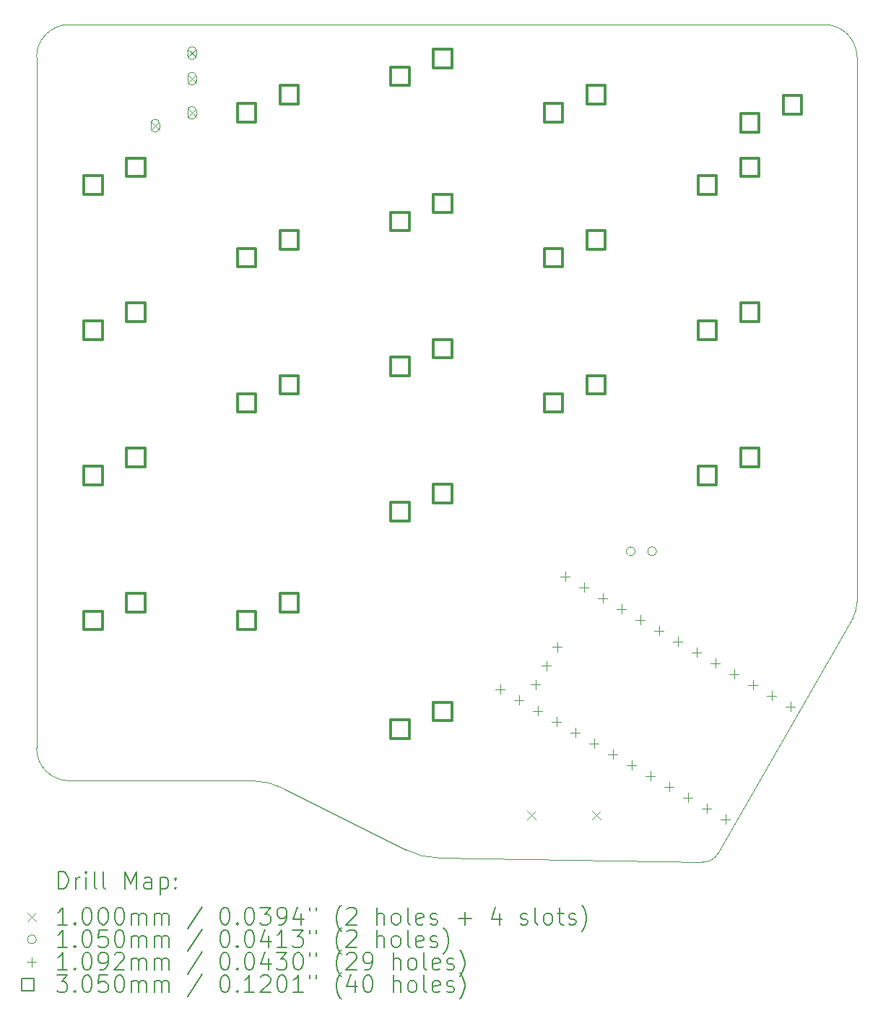
<source format=gbr>
%TF.GenerationSoftware,KiCad,Pcbnew,7.0.9-7.0.9~ubuntu22.04.1*%
%TF.CreationDate,2025-04-09T21:57:12+03:00*%
%TF.ProjectId,Keeb,4b656562-2e6b-4696-9361-645f70636258,rev?*%
%TF.SameCoordinates,Original*%
%TF.FileFunction,Drillmap*%
%TF.FilePolarity,Positive*%
%FSLAX45Y45*%
G04 Gerber Fmt 4.5, Leading zero omitted, Abs format (unit mm)*
G04 Created by KiCad (PCBNEW 7.0.9-7.0.9~ubuntu22.04.1) date 2025-04-09 21:57:12*
%MOMM*%
%LPD*%
G01*
G04 APERTURE LIST*
%ADD10C,0.050000*%
%ADD11C,0.200000*%
%ADD12C,0.100000*%
%ADD13C,0.105000*%
%ADD14C,0.109220*%
%ADD15C,0.305000*%
G04 APERTURE END LIST*
D10*
X13165124Y-12324546D02*
G75*
G03*
X12784125Y-12229294I-381004J-714374D01*
G01*
X10260000Y-3752044D02*
X10260000Y-11848294D01*
X19880250Y-10133794D02*
X19880250Y-3752044D01*
X13165125Y-12324544D02*
X14593875Y-13038919D01*
X10641000Y-3371044D02*
G75*
G03*
X10260000Y-3752044I0J-381000D01*
G01*
X18070500Y-13181796D02*
G75*
G03*
X18250944Y-13081516I8120J197876D01*
G01*
X14593876Y-13038918D02*
G75*
G03*
X14974875Y-13134169I381004J714378D01*
G01*
X19499250Y-3371044D02*
X10641000Y-3371044D01*
X19832623Y-10324293D02*
G75*
G03*
X19880250Y-10133794I-357183J190503D01*
G01*
X18250944Y-13081516D02*
X19832625Y-10324294D01*
X19880246Y-3752044D02*
G75*
G03*
X19499250Y-3371044I-380996J4D01*
G01*
X18070500Y-13181794D02*
X14974875Y-13134169D01*
X10259996Y-11848294D02*
G75*
G03*
X10641000Y-12229294I381004J4D01*
G01*
X12784125Y-12229294D02*
X10641000Y-12229294D01*
D11*
D12*
X11602500Y-4504294D02*
X11702500Y-4604294D01*
X11702500Y-4504294D02*
X11602500Y-4604294D01*
X11602500Y-4529294D02*
X11602500Y-4579294D01*
X11602500Y-4579294D02*
G75*
G03*
X11702500Y-4579294I50000J0D01*
G01*
X11702500Y-4579294D02*
X11702500Y-4529294D01*
X11702500Y-4529294D02*
G75*
G03*
X11602500Y-4529294I-50000J0D01*
G01*
X12032500Y-3654294D02*
X12132500Y-3754294D01*
X12132500Y-3654294D02*
X12032500Y-3754294D01*
X12032500Y-3679294D02*
X12032500Y-3729294D01*
X12032500Y-3729294D02*
G75*
G03*
X12132500Y-3729294I50000J0D01*
G01*
X12132500Y-3729294D02*
X12132500Y-3679294D01*
X12132500Y-3679294D02*
G75*
G03*
X12032500Y-3679294I-50000J0D01*
G01*
X12032500Y-3954294D02*
X12132500Y-4054294D01*
X12132500Y-3954294D02*
X12032500Y-4054294D01*
X12032500Y-3979294D02*
X12032500Y-4029294D01*
X12032500Y-4029294D02*
G75*
G03*
X12132500Y-4029294I50000J0D01*
G01*
X12132500Y-4029294D02*
X12132500Y-3979294D01*
X12132500Y-3979294D02*
G75*
G03*
X12032500Y-3979294I-50000J0D01*
G01*
X12032500Y-4354294D02*
X12132500Y-4454294D01*
X12132500Y-4354294D02*
X12032500Y-4454294D01*
X12032500Y-4379294D02*
X12032500Y-4429294D01*
X12032500Y-4429294D02*
G75*
G03*
X12132500Y-4429294I50000J0D01*
G01*
X12132500Y-4429294D02*
X12132500Y-4379294D01*
X12132500Y-4379294D02*
G75*
G03*
X12032500Y-4379294I-50000J0D01*
G01*
X16011500Y-12583794D02*
X16111500Y-12683794D01*
X16111500Y-12583794D02*
X16011500Y-12683794D01*
X16773500Y-12583794D02*
X16873500Y-12683794D01*
X16873500Y-12583794D02*
X16773500Y-12683794D01*
D13*
X17280000Y-9541794D02*
G75*
G03*
X17280000Y-9541794I-52500J0D01*
G01*
X17530000Y-9541794D02*
G75*
G03*
X17530000Y-9541794I-52500J0D01*
G01*
D14*
X15698162Y-11103096D02*
X15698162Y-11212316D01*
X15643552Y-11157706D02*
X15752772Y-11157706D01*
X15918133Y-11230096D02*
X15918133Y-11339316D01*
X15863523Y-11284706D02*
X15972743Y-11284706D01*
X16111124Y-11048225D02*
X16111124Y-11157445D01*
X16056514Y-11102835D02*
X16165734Y-11102835D01*
X16138103Y-11357096D02*
X16138103Y-11466316D01*
X16083493Y-11411706D02*
X16192713Y-11411706D01*
X16238124Y-10828255D02*
X16238124Y-10937475D01*
X16183514Y-10882865D02*
X16292734Y-10882865D01*
X16358074Y-11484096D02*
X16358074Y-11593316D01*
X16303464Y-11538706D02*
X16412684Y-11538706D01*
X16365124Y-10608284D02*
X16365124Y-10717504D01*
X16310514Y-10662894D02*
X16419734Y-10662894D01*
X16460162Y-9783273D02*
X16460162Y-9892493D01*
X16405552Y-9837883D02*
X16514772Y-9837883D01*
X16578044Y-11611096D02*
X16578044Y-11720316D01*
X16523434Y-11665706D02*
X16632654Y-11665706D01*
X16680133Y-9910273D02*
X16680133Y-10019493D01*
X16625523Y-9964883D02*
X16734743Y-9964883D01*
X16798015Y-11738096D02*
X16798015Y-11847316D01*
X16743405Y-11792706D02*
X16852625Y-11792706D01*
X16900103Y-10037273D02*
X16900103Y-10146493D01*
X16845493Y-10091883D02*
X16954713Y-10091883D01*
X17017985Y-11865096D02*
X17017985Y-11974316D01*
X16963375Y-11919706D02*
X17072595Y-11919706D01*
X17120074Y-10164273D02*
X17120074Y-10273493D01*
X17065464Y-10218883D02*
X17174684Y-10218883D01*
X17237956Y-11992096D02*
X17237956Y-12101316D01*
X17183346Y-12046706D02*
X17292566Y-12046706D01*
X17340044Y-10291273D02*
X17340044Y-10400493D01*
X17285434Y-10345883D02*
X17394654Y-10345883D01*
X17457926Y-12119096D02*
X17457926Y-12228316D01*
X17403316Y-12173706D02*
X17512536Y-12173706D01*
X17560015Y-10418273D02*
X17560015Y-10527493D01*
X17505405Y-10472883D02*
X17614625Y-10472883D01*
X17677897Y-12246096D02*
X17677897Y-12355316D01*
X17623287Y-12300706D02*
X17732507Y-12300706D01*
X17779985Y-10545273D02*
X17779985Y-10654493D01*
X17725375Y-10599883D02*
X17834595Y-10599883D01*
X17897867Y-12373096D02*
X17897867Y-12482316D01*
X17843257Y-12427706D02*
X17952477Y-12427706D01*
X17999956Y-10672273D02*
X17999956Y-10781493D01*
X17945346Y-10726883D02*
X18054566Y-10726883D01*
X18117838Y-12500096D02*
X18117838Y-12609316D01*
X18063228Y-12554706D02*
X18172448Y-12554706D01*
X18219926Y-10799273D02*
X18219926Y-10908493D01*
X18165316Y-10853883D02*
X18274536Y-10853883D01*
X18337808Y-12627096D02*
X18337808Y-12736316D01*
X18283198Y-12681706D02*
X18392418Y-12681706D01*
X18439897Y-10926273D02*
X18439897Y-11035493D01*
X18385287Y-10980883D02*
X18494507Y-10980883D01*
X18659867Y-11053273D02*
X18659867Y-11162493D01*
X18605257Y-11107883D02*
X18714477Y-11107883D01*
X18879838Y-11180273D02*
X18879838Y-11289493D01*
X18825228Y-11234883D02*
X18934448Y-11234883D01*
X19099808Y-11307273D02*
X19099808Y-11416493D01*
X19045198Y-11361883D02*
X19154418Y-11361883D01*
D15*
X11030335Y-5359629D02*
X11030335Y-5143960D01*
X10814665Y-5143960D01*
X10814665Y-5359629D01*
X11030335Y-5359629D01*
X11030335Y-7059629D02*
X11030335Y-6843960D01*
X10814665Y-6843960D01*
X10814665Y-7059629D01*
X11030335Y-7059629D01*
X11030335Y-8759629D02*
X11030335Y-8543960D01*
X10814665Y-8543960D01*
X10814665Y-8759629D01*
X11030335Y-8759629D01*
X11030335Y-10459629D02*
X11030335Y-10243960D01*
X10814665Y-10243960D01*
X10814665Y-10459629D01*
X11030335Y-10459629D01*
X11530335Y-5149629D02*
X11530335Y-4933960D01*
X11314665Y-4933960D01*
X11314665Y-5149629D01*
X11530335Y-5149629D01*
X11530335Y-6849629D02*
X11530335Y-6633960D01*
X11314665Y-6633960D01*
X11314665Y-6849629D01*
X11530335Y-6849629D01*
X11530335Y-8549629D02*
X11530335Y-8333960D01*
X11314665Y-8333960D01*
X11314665Y-8549629D01*
X11530335Y-8549629D01*
X11530335Y-10249629D02*
X11530335Y-10033960D01*
X11314665Y-10033960D01*
X11314665Y-10249629D01*
X11530335Y-10249629D01*
X12830335Y-4509629D02*
X12830335Y-4293960D01*
X12614665Y-4293960D01*
X12614665Y-4509629D01*
X12830335Y-4509629D01*
X12830335Y-6209629D02*
X12830335Y-5993960D01*
X12614665Y-5993960D01*
X12614665Y-6209629D01*
X12830335Y-6209629D01*
X12830335Y-7909629D02*
X12830335Y-7693960D01*
X12614665Y-7693960D01*
X12614665Y-7909629D01*
X12830335Y-7909629D01*
X12830335Y-10459629D02*
X12830335Y-10243960D01*
X12614665Y-10243960D01*
X12614665Y-10459629D01*
X12830335Y-10459629D01*
X13330335Y-4299629D02*
X13330335Y-4083960D01*
X13114665Y-4083960D01*
X13114665Y-4299629D01*
X13330335Y-4299629D01*
X13330335Y-5999629D02*
X13330335Y-5783960D01*
X13114665Y-5783960D01*
X13114665Y-5999629D01*
X13330335Y-5999629D01*
X13330335Y-7699629D02*
X13330335Y-7483960D01*
X13114665Y-7483960D01*
X13114665Y-7699629D01*
X13330335Y-7699629D01*
X13330335Y-10249629D02*
X13330335Y-10033960D01*
X13114665Y-10033960D01*
X13114665Y-10249629D01*
X13330335Y-10249629D01*
X14630335Y-4084629D02*
X14630335Y-3868960D01*
X14414665Y-3868960D01*
X14414665Y-4084629D01*
X14630335Y-4084629D01*
X14630335Y-5784629D02*
X14630335Y-5568960D01*
X14414665Y-5568960D01*
X14414665Y-5784629D01*
X14630335Y-5784629D01*
X14630335Y-7484629D02*
X14630335Y-7268960D01*
X14414665Y-7268960D01*
X14414665Y-7484629D01*
X14630335Y-7484629D01*
X14630335Y-9184629D02*
X14630335Y-8968960D01*
X14414665Y-8968960D01*
X14414665Y-9184629D01*
X14630335Y-9184629D01*
X14630335Y-11734629D02*
X14630335Y-11518960D01*
X14414665Y-11518960D01*
X14414665Y-11734629D01*
X14630335Y-11734629D01*
X15130335Y-3874629D02*
X15130335Y-3658960D01*
X14914665Y-3658960D01*
X14914665Y-3874629D01*
X15130335Y-3874629D01*
X15130335Y-5574629D02*
X15130335Y-5358960D01*
X14914665Y-5358960D01*
X14914665Y-5574629D01*
X15130335Y-5574629D01*
X15130335Y-7274629D02*
X15130335Y-7058960D01*
X14914665Y-7058960D01*
X14914665Y-7274629D01*
X15130335Y-7274629D01*
X15130335Y-8974629D02*
X15130335Y-8758960D01*
X14914665Y-8758960D01*
X14914665Y-8974629D01*
X15130335Y-8974629D01*
X15130335Y-11524629D02*
X15130335Y-11308960D01*
X14914665Y-11308960D01*
X14914665Y-11524629D01*
X15130335Y-11524629D01*
X16430335Y-4509629D02*
X16430335Y-4293960D01*
X16214665Y-4293960D01*
X16214665Y-4509629D01*
X16430335Y-4509629D01*
X16430335Y-6209629D02*
X16430335Y-5993960D01*
X16214665Y-5993960D01*
X16214665Y-6209629D01*
X16430335Y-6209629D01*
X16430335Y-7909629D02*
X16430335Y-7693960D01*
X16214665Y-7693960D01*
X16214665Y-7909629D01*
X16430335Y-7909629D01*
X16930335Y-4299629D02*
X16930335Y-4083960D01*
X16714665Y-4083960D01*
X16714665Y-4299629D01*
X16930335Y-4299629D01*
X16930335Y-5999629D02*
X16930335Y-5783960D01*
X16714665Y-5783960D01*
X16714665Y-5999629D01*
X16930335Y-5999629D01*
X16930335Y-7699629D02*
X16930335Y-7483960D01*
X16714665Y-7483960D01*
X16714665Y-7699629D01*
X16930335Y-7699629D01*
X18230335Y-5359629D02*
X18230335Y-5143960D01*
X18014665Y-5143960D01*
X18014665Y-5359629D01*
X18230335Y-5359629D01*
X18230335Y-7059629D02*
X18230335Y-6843960D01*
X18014665Y-6843960D01*
X18014665Y-7059629D01*
X18230335Y-7059629D01*
X18230335Y-8759629D02*
X18230335Y-8543960D01*
X18014665Y-8543960D01*
X18014665Y-8759629D01*
X18230335Y-8759629D01*
X18730335Y-4629629D02*
X18730335Y-4413960D01*
X18514665Y-4413960D01*
X18514665Y-4629629D01*
X18730335Y-4629629D01*
X18730335Y-5149629D02*
X18730335Y-4933960D01*
X18514665Y-4933960D01*
X18514665Y-5149629D01*
X18730335Y-5149629D01*
X18730335Y-6849629D02*
X18730335Y-6633960D01*
X18514665Y-6633960D01*
X18514665Y-6849629D01*
X18730335Y-6849629D01*
X18730335Y-8549629D02*
X18730335Y-8333960D01*
X18514665Y-8333960D01*
X18514665Y-8549629D01*
X18730335Y-8549629D01*
X19230335Y-4419629D02*
X19230335Y-4203960D01*
X19014665Y-4203960D01*
X19014665Y-4419629D01*
X19230335Y-4419629D01*
D11*
X10518277Y-13495946D02*
X10518277Y-13295946D01*
X10518277Y-13295946D02*
X10565896Y-13295946D01*
X10565896Y-13295946D02*
X10594467Y-13305470D01*
X10594467Y-13305470D02*
X10613515Y-13324517D01*
X10613515Y-13324517D02*
X10623039Y-13343565D01*
X10623039Y-13343565D02*
X10632563Y-13381660D01*
X10632563Y-13381660D02*
X10632563Y-13410232D01*
X10632563Y-13410232D02*
X10623039Y-13448327D01*
X10623039Y-13448327D02*
X10613515Y-13467374D01*
X10613515Y-13467374D02*
X10594467Y-13486422D01*
X10594467Y-13486422D02*
X10565896Y-13495946D01*
X10565896Y-13495946D02*
X10518277Y-13495946D01*
X10718277Y-13495946D02*
X10718277Y-13362613D01*
X10718277Y-13400708D02*
X10727801Y-13381660D01*
X10727801Y-13381660D02*
X10737324Y-13372136D01*
X10737324Y-13372136D02*
X10756372Y-13362613D01*
X10756372Y-13362613D02*
X10775420Y-13362613D01*
X10842086Y-13495946D02*
X10842086Y-13362613D01*
X10842086Y-13295946D02*
X10832563Y-13305470D01*
X10832563Y-13305470D02*
X10842086Y-13314994D01*
X10842086Y-13314994D02*
X10851610Y-13305470D01*
X10851610Y-13305470D02*
X10842086Y-13295946D01*
X10842086Y-13295946D02*
X10842086Y-13314994D01*
X10965896Y-13495946D02*
X10946848Y-13486422D01*
X10946848Y-13486422D02*
X10937324Y-13467374D01*
X10937324Y-13467374D02*
X10937324Y-13295946D01*
X11070658Y-13495946D02*
X11051610Y-13486422D01*
X11051610Y-13486422D02*
X11042086Y-13467374D01*
X11042086Y-13467374D02*
X11042086Y-13295946D01*
X11299229Y-13495946D02*
X11299229Y-13295946D01*
X11299229Y-13295946D02*
X11365896Y-13438803D01*
X11365896Y-13438803D02*
X11432562Y-13295946D01*
X11432562Y-13295946D02*
X11432562Y-13495946D01*
X11613515Y-13495946D02*
X11613515Y-13391184D01*
X11613515Y-13391184D02*
X11603991Y-13372136D01*
X11603991Y-13372136D02*
X11584943Y-13362613D01*
X11584943Y-13362613D02*
X11546848Y-13362613D01*
X11546848Y-13362613D02*
X11527801Y-13372136D01*
X11613515Y-13486422D02*
X11594467Y-13495946D01*
X11594467Y-13495946D02*
X11546848Y-13495946D01*
X11546848Y-13495946D02*
X11527801Y-13486422D01*
X11527801Y-13486422D02*
X11518277Y-13467374D01*
X11518277Y-13467374D02*
X11518277Y-13448327D01*
X11518277Y-13448327D02*
X11527801Y-13429279D01*
X11527801Y-13429279D02*
X11546848Y-13419755D01*
X11546848Y-13419755D02*
X11594467Y-13419755D01*
X11594467Y-13419755D02*
X11613515Y-13410232D01*
X11708753Y-13362613D02*
X11708753Y-13562613D01*
X11708753Y-13372136D02*
X11727801Y-13362613D01*
X11727801Y-13362613D02*
X11765896Y-13362613D01*
X11765896Y-13362613D02*
X11784943Y-13372136D01*
X11784943Y-13372136D02*
X11794467Y-13381660D01*
X11794467Y-13381660D02*
X11803991Y-13400708D01*
X11803991Y-13400708D02*
X11803991Y-13457851D01*
X11803991Y-13457851D02*
X11794467Y-13476898D01*
X11794467Y-13476898D02*
X11784943Y-13486422D01*
X11784943Y-13486422D02*
X11765896Y-13495946D01*
X11765896Y-13495946D02*
X11727801Y-13495946D01*
X11727801Y-13495946D02*
X11708753Y-13486422D01*
X11889705Y-13476898D02*
X11899229Y-13486422D01*
X11899229Y-13486422D02*
X11889705Y-13495946D01*
X11889705Y-13495946D02*
X11880182Y-13486422D01*
X11880182Y-13486422D02*
X11889705Y-13476898D01*
X11889705Y-13476898D02*
X11889705Y-13495946D01*
X11889705Y-13372136D02*
X11899229Y-13381660D01*
X11899229Y-13381660D02*
X11889705Y-13391184D01*
X11889705Y-13391184D02*
X11880182Y-13381660D01*
X11880182Y-13381660D02*
X11889705Y-13372136D01*
X11889705Y-13372136D02*
X11889705Y-13391184D01*
D12*
X10157500Y-13774462D02*
X10257500Y-13874462D01*
X10257500Y-13774462D02*
X10157500Y-13874462D01*
D11*
X10623039Y-13915946D02*
X10508753Y-13915946D01*
X10565896Y-13915946D02*
X10565896Y-13715946D01*
X10565896Y-13715946D02*
X10546848Y-13744517D01*
X10546848Y-13744517D02*
X10527801Y-13763565D01*
X10527801Y-13763565D02*
X10508753Y-13773089D01*
X10708753Y-13896898D02*
X10718277Y-13906422D01*
X10718277Y-13906422D02*
X10708753Y-13915946D01*
X10708753Y-13915946D02*
X10699229Y-13906422D01*
X10699229Y-13906422D02*
X10708753Y-13896898D01*
X10708753Y-13896898D02*
X10708753Y-13915946D01*
X10842086Y-13715946D02*
X10861134Y-13715946D01*
X10861134Y-13715946D02*
X10880182Y-13725470D01*
X10880182Y-13725470D02*
X10889705Y-13734994D01*
X10889705Y-13734994D02*
X10899229Y-13754041D01*
X10899229Y-13754041D02*
X10908753Y-13792136D01*
X10908753Y-13792136D02*
X10908753Y-13839755D01*
X10908753Y-13839755D02*
X10899229Y-13877851D01*
X10899229Y-13877851D02*
X10889705Y-13896898D01*
X10889705Y-13896898D02*
X10880182Y-13906422D01*
X10880182Y-13906422D02*
X10861134Y-13915946D01*
X10861134Y-13915946D02*
X10842086Y-13915946D01*
X10842086Y-13915946D02*
X10823039Y-13906422D01*
X10823039Y-13906422D02*
X10813515Y-13896898D01*
X10813515Y-13896898D02*
X10803991Y-13877851D01*
X10803991Y-13877851D02*
X10794467Y-13839755D01*
X10794467Y-13839755D02*
X10794467Y-13792136D01*
X10794467Y-13792136D02*
X10803991Y-13754041D01*
X10803991Y-13754041D02*
X10813515Y-13734994D01*
X10813515Y-13734994D02*
X10823039Y-13725470D01*
X10823039Y-13725470D02*
X10842086Y-13715946D01*
X11032563Y-13715946D02*
X11051610Y-13715946D01*
X11051610Y-13715946D02*
X11070658Y-13725470D01*
X11070658Y-13725470D02*
X11080182Y-13734994D01*
X11080182Y-13734994D02*
X11089705Y-13754041D01*
X11089705Y-13754041D02*
X11099229Y-13792136D01*
X11099229Y-13792136D02*
X11099229Y-13839755D01*
X11099229Y-13839755D02*
X11089705Y-13877851D01*
X11089705Y-13877851D02*
X11080182Y-13896898D01*
X11080182Y-13896898D02*
X11070658Y-13906422D01*
X11070658Y-13906422D02*
X11051610Y-13915946D01*
X11051610Y-13915946D02*
X11032563Y-13915946D01*
X11032563Y-13915946D02*
X11013515Y-13906422D01*
X11013515Y-13906422D02*
X11003991Y-13896898D01*
X11003991Y-13896898D02*
X10994467Y-13877851D01*
X10994467Y-13877851D02*
X10984944Y-13839755D01*
X10984944Y-13839755D02*
X10984944Y-13792136D01*
X10984944Y-13792136D02*
X10994467Y-13754041D01*
X10994467Y-13754041D02*
X11003991Y-13734994D01*
X11003991Y-13734994D02*
X11013515Y-13725470D01*
X11013515Y-13725470D02*
X11032563Y-13715946D01*
X11223039Y-13715946D02*
X11242086Y-13715946D01*
X11242086Y-13715946D02*
X11261134Y-13725470D01*
X11261134Y-13725470D02*
X11270658Y-13734994D01*
X11270658Y-13734994D02*
X11280182Y-13754041D01*
X11280182Y-13754041D02*
X11289705Y-13792136D01*
X11289705Y-13792136D02*
X11289705Y-13839755D01*
X11289705Y-13839755D02*
X11280182Y-13877851D01*
X11280182Y-13877851D02*
X11270658Y-13896898D01*
X11270658Y-13896898D02*
X11261134Y-13906422D01*
X11261134Y-13906422D02*
X11242086Y-13915946D01*
X11242086Y-13915946D02*
X11223039Y-13915946D01*
X11223039Y-13915946D02*
X11203991Y-13906422D01*
X11203991Y-13906422D02*
X11194467Y-13896898D01*
X11194467Y-13896898D02*
X11184943Y-13877851D01*
X11184943Y-13877851D02*
X11175420Y-13839755D01*
X11175420Y-13839755D02*
X11175420Y-13792136D01*
X11175420Y-13792136D02*
X11184943Y-13754041D01*
X11184943Y-13754041D02*
X11194467Y-13734994D01*
X11194467Y-13734994D02*
X11203991Y-13725470D01*
X11203991Y-13725470D02*
X11223039Y-13715946D01*
X11375420Y-13915946D02*
X11375420Y-13782613D01*
X11375420Y-13801660D02*
X11384943Y-13792136D01*
X11384943Y-13792136D02*
X11403991Y-13782613D01*
X11403991Y-13782613D02*
X11432563Y-13782613D01*
X11432563Y-13782613D02*
X11451610Y-13792136D01*
X11451610Y-13792136D02*
X11461134Y-13811184D01*
X11461134Y-13811184D02*
X11461134Y-13915946D01*
X11461134Y-13811184D02*
X11470658Y-13792136D01*
X11470658Y-13792136D02*
X11489705Y-13782613D01*
X11489705Y-13782613D02*
X11518277Y-13782613D01*
X11518277Y-13782613D02*
X11537324Y-13792136D01*
X11537324Y-13792136D02*
X11546848Y-13811184D01*
X11546848Y-13811184D02*
X11546848Y-13915946D01*
X11642086Y-13915946D02*
X11642086Y-13782613D01*
X11642086Y-13801660D02*
X11651610Y-13792136D01*
X11651610Y-13792136D02*
X11670658Y-13782613D01*
X11670658Y-13782613D02*
X11699229Y-13782613D01*
X11699229Y-13782613D02*
X11718277Y-13792136D01*
X11718277Y-13792136D02*
X11727801Y-13811184D01*
X11727801Y-13811184D02*
X11727801Y-13915946D01*
X11727801Y-13811184D02*
X11737324Y-13792136D01*
X11737324Y-13792136D02*
X11756372Y-13782613D01*
X11756372Y-13782613D02*
X11784943Y-13782613D01*
X11784943Y-13782613D02*
X11803991Y-13792136D01*
X11803991Y-13792136D02*
X11813515Y-13811184D01*
X11813515Y-13811184D02*
X11813515Y-13915946D01*
X12203991Y-13706422D02*
X12032563Y-13963565D01*
X12461134Y-13715946D02*
X12480182Y-13715946D01*
X12480182Y-13715946D02*
X12499229Y-13725470D01*
X12499229Y-13725470D02*
X12508753Y-13734994D01*
X12508753Y-13734994D02*
X12518277Y-13754041D01*
X12518277Y-13754041D02*
X12527801Y-13792136D01*
X12527801Y-13792136D02*
X12527801Y-13839755D01*
X12527801Y-13839755D02*
X12518277Y-13877851D01*
X12518277Y-13877851D02*
X12508753Y-13896898D01*
X12508753Y-13896898D02*
X12499229Y-13906422D01*
X12499229Y-13906422D02*
X12480182Y-13915946D01*
X12480182Y-13915946D02*
X12461134Y-13915946D01*
X12461134Y-13915946D02*
X12442086Y-13906422D01*
X12442086Y-13906422D02*
X12432563Y-13896898D01*
X12432563Y-13896898D02*
X12423039Y-13877851D01*
X12423039Y-13877851D02*
X12413515Y-13839755D01*
X12413515Y-13839755D02*
X12413515Y-13792136D01*
X12413515Y-13792136D02*
X12423039Y-13754041D01*
X12423039Y-13754041D02*
X12432563Y-13734994D01*
X12432563Y-13734994D02*
X12442086Y-13725470D01*
X12442086Y-13725470D02*
X12461134Y-13715946D01*
X12613515Y-13896898D02*
X12623039Y-13906422D01*
X12623039Y-13906422D02*
X12613515Y-13915946D01*
X12613515Y-13915946D02*
X12603991Y-13906422D01*
X12603991Y-13906422D02*
X12613515Y-13896898D01*
X12613515Y-13896898D02*
X12613515Y-13915946D01*
X12746848Y-13715946D02*
X12765896Y-13715946D01*
X12765896Y-13715946D02*
X12784944Y-13725470D01*
X12784944Y-13725470D02*
X12794467Y-13734994D01*
X12794467Y-13734994D02*
X12803991Y-13754041D01*
X12803991Y-13754041D02*
X12813515Y-13792136D01*
X12813515Y-13792136D02*
X12813515Y-13839755D01*
X12813515Y-13839755D02*
X12803991Y-13877851D01*
X12803991Y-13877851D02*
X12794467Y-13896898D01*
X12794467Y-13896898D02*
X12784944Y-13906422D01*
X12784944Y-13906422D02*
X12765896Y-13915946D01*
X12765896Y-13915946D02*
X12746848Y-13915946D01*
X12746848Y-13915946D02*
X12727801Y-13906422D01*
X12727801Y-13906422D02*
X12718277Y-13896898D01*
X12718277Y-13896898D02*
X12708753Y-13877851D01*
X12708753Y-13877851D02*
X12699229Y-13839755D01*
X12699229Y-13839755D02*
X12699229Y-13792136D01*
X12699229Y-13792136D02*
X12708753Y-13754041D01*
X12708753Y-13754041D02*
X12718277Y-13734994D01*
X12718277Y-13734994D02*
X12727801Y-13725470D01*
X12727801Y-13725470D02*
X12746848Y-13715946D01*
X12880182Y-13715946D02*
X13003991Y-13715946D01*
X13003991Y-13715946D02*
X12937325Y-13792136D01*
X12937325Y-13792136D02*
X12965896Y-13792136D01*
X12965896Y-13792136D02*
X12984944Y-13801660D01*
X12984944Y-13801660D02*
X12994467Y-13811184D01*
X12994467Y-13811184D02*
X13003991Y-13830232D01*
X13003991Y-13830232D02*
X13003991Y-13877851D01*
X13003991Y-13877851D02*
X12994467Y-13896898D01*
X12994467Y-13896898D02*
X12984944Y-13906422D01*
X12984944Y-13906422D02*
X12965896Y-13915946D01*
X12965896Y-13915946D02*
X12908753Y-13915946D01*
X12908753Y-13915946D02*
X12889706Y-13906422D01*
X12889706Y-13906422D02*
X12880182Y-13896898D01*
X13099229Y-13915946D02*
X13137325Y-13915946D01*
X13137325Y-13915946D02*
X13156372Y-13906422D01*
X13156372Y-13906422D02*
X13165896Y-13896898D01*
X13165896Y-13896898D02*
X13184944Y-13868327D01*
X13184944Y-13868327D02*
X13194467Y-13830232D01*
X13194467Y-13830232D02*
X13194467Y-13754041D01*
X13194467Y-13754041D02*
X13184944Y-13734994D01*
X13184944Y-13734994D02*
X13175420Y-13725470D01*
X13175420Y-13725470D02*
X13156372Y-13715946D01*
X13156372Y-13715946D02*
X13118277Y-13715946D01*
X13118277Y-13715946D02*
X13099229Y-13725470D01*
X13099229Y-13725470D02*
X13089706Y-13734994D01*
X13089706Y-13734994D02*
X13080182Y-13754041D01*
X13080182Y-13754041D02*
X13080182Y-13801660D01*
X13080182Y-13801660D02*
X13089706Y-13820708D01*
X13089706Y-13820708D02*
X13099229Y-13830232D01*
X13099229Y-13830232D02*
X13118277Y-13839755D01*
X13118277Y-13839755D02*
X13156372Y-13839755D01*
X13156372Y-13839755D02*
X13175420Y-13830232D01*
X13175420Y-13830232D02*
X13184944Y-13820708D01*
X13184944Y-13820708D02*
X13194467Y-13801660D01*
X13365896Y-13782613D02*
X13365896Y-13915946D01*
X13318277Y-13706422D02*
X13270658Y-13849279D01*
X13270658Y-13849279D02*
X13394467Y-13849279D01*
X13461134Y-13715946D02*
X13461134Y-13754041D01*
X13537325Y-13715946D02*
X13537325Y-13754041D01*
X13832563Y-13992136D02*
X13823039Y-13982613D01*
X13823039Y-13982613D02*
X13803991Y-13954041D01*
X13803991Y-13954041D02*
X13794468Y-13934994D01*
X13794468Y-13934994D02*
X13784944Y-13906422D01*
X13784944Y-13906422D02*
X13775420Y-13858803D01*
X13775420Y-13858803D02*
X13775420Y-13820708D01*
X13775420Y-13820708D02*
X13784944Y-13773089D01*
X13784944Y-13773089D02*
X13794468Y-13744517D01*
X13794468Y-13744517D02*
X13803991Y-13725470D01*
X13803991Y-13725470D02*
X13823039Y-13696898D01*
X13823039Y-13696898D02*
X13832563Y-13687374D01*
X13899229Y-13734994D02*
X13908753Y-13725470D01*
X13908753Y-13725470D02*
X13927801Y-13715946D01*
X13927801Y-13715946D02*
X13975420Y-13715946D01*
X13975420Y-13715946D02*
X13994468Y-13725470D01*
X13994468Y-13725470D02*
X14003991Y-13734994D01*
X14003991Y-13734994D02*
X14013515Y-13754041D01*
X14013515Y-13754041D02*
X14013515Y-13773089D01*
X14013515Y-13773089D02*
X14003991Y-13801660D01*
X14003991Y-13801660D02*
X13889706Y-13915946D01*
X13889706Y-13915946D02*
X14013515Y-13915946D01*
X14251610Y-13915946D02*
X14251610Y-13715946D01*
X14337325Y-13915946D02*
X14337325Y-13811184D01*
X14337325Y-13811184D02*
X14327801Y-13792136D01*
X14327801Y-13792136D02*
X14308753Y-13782613D01*
X14308753Y-13782613D02*
X14280182Y-13782613D01*
X14280182Y-13782613D02*
X14261134Y-13792136D01*
X14261134Y-13792136D02*
X14251610Y-13801660D01*
X14461134Y-13915946D02*
X14442087Y-13906422D01*
X14442087Y-13906422D02*
X14432563Y-13896898D01*
X14432563Y-13896898D02*
X14423039Y-13877851D01*
X14423039Y-13877851D02*
X14423039Y-13820708D01*
X14423039Y-13820708D02*
X14432563Y-13801660D01*
X14432563Y-13801660D02*
X14442087Y-13792136D01*
X14442087Y-13792136D02*
X14461134Y-13782613D01*
X14461134Y-13782613D02*
X14489706Y-13782613D01*
X14489706Y-13782613D02*
X14508753Y-13792136D01*
X14508753Y-13792136D02*
X14518277Y-13801660D01*
X14518277Y-13801660D02*
X14527801Y-13820708D01*
X14527801Y-13820708D02*
X14527801Y-13877851D01*
X14527801Y-13877851D02*
X14518277Y-13896898D01*
X14518277Y-13896898D02*
X14508753Y-13906422D01*
X14508753Y-13906422D02*
X14489706Y-13915946D01*
X14489706Y-13915946D02*
X14461134Y-13915946D01*
X14642087Y-13915946D02*
X14623039Y-13906422D01*
X14623039Y-13906422D02*
X14613515Y-13887374D01*
X14613515Y-13887374D02*
X14613515Y-13715946D01*
X14794468Y-13906422D02*
X14775420Y-13915946D01*
X14775420Y-13915946D02*
X14737325Y-13915946D01*
X14737325Y-13915946D02*
X14718277Y-13906422D01*
X14718277Y-13906422D02*
X14708753Y-13887374D01*
X14708753Y-13887374D02*
X14708753Y-13811184D01*
X14708753Y-13811184D02*
X14718277Y-13792136D01*
X14718277Y-13792136D02*
X14737325Y-13782613D01*
X14737325Y-13782613D02*
X14775420Y-13782613D01*
X14775420Y-13782613D02*
X14794468Y-13792136D01*
X14794468Y-13792136D02*
X14803991Y-13811184D01*
X14803991Y-13811184D02*
X14803991Y-13830232D01*
X14803991Y-13830232D02*
X14708753Y-13849279D01*
X14880182Y-13906422D02*
X14899230Y-13915946D01*
X14899230Y-13915946D02*
X14937325Y-13915946D01*
X14937325Y-13915946D02*
X14956372Y-13906422D01*
X14956372Y-13906422D02*
X14965896Y-13887374D01*
X14965896Y-13887374D02*
X14965896Y-13877851D01*
X14965896Y-13877851D02*
X14956372Y-13858803D01*
X14956372Y-13858803D02*
X14937325Y-13849279D01*
X14937325Y-13849279D02*
X14908753Y-13849279D01*
X14908753Y-13849279D02*
X14889706Y-13839755D01*
X14889706Y-13839755D02*
X14880182Y-13820708D01*
X14880182Y-13820708D02*
X14880182Y-13811184D01*
X14880182Y-13811184D02*
X14889706Y-13792136D01*
X14889706Y-13792136D02*
X14908753Y-13782613D01*
X14908753Y-13782613D02*
X14937325Y-13782613D01*
X14937325Y-13782613D02*
X14956372Y-13792136D01*
X15203992Y-13839755D02*
X15356373Y-13839755D01*
X15280182Y-13915946D02*
X15280182Y-13763565D01*
X15689706Y-13782613D02*
X15689706Y-13915946D01*
X15642087Y-13706422D02*
X15594468Y-13849279D01*
X15594468Y-13849279D02*
X15718277Y-13849279D01*
X15937325Y-13906422D02*
X15956373Y-13915946D01*
X15956373Y-13915946D02*
X15994468Y-13915946D01*
X15994468Y-13915946D02*
X16013515Y-13906422D01*
X16013515Y-13906422D02*
X16023039Y-13887374D01*
X16023039Y-13887374D02*
X16023039Y-13877851D01*
X16023039Y-13877851D02*
X16013515Y-13858803D01*
X16013515Y-13858803D02*
X15994468Y-13849279D01*
X15994468Y-13849279D02*
X15965896Y-13849279D01*
X15965896Y-13849279D02*
X15946849Y-13839755D01*
X15946849Y-13839755D02*
X15937325Y-13820708D01*
X15937325Y-13820708D02*
X15937325Y-13811184D01*
X15937325Y-13811184D02*
X15946849Y-13792136D01*
X15946849Y-13792136D02*
X15965896Y-13782613D01*
X15965896Y-13782613D02*
X15994468Y-13782613D01*
X15994468Y-13782613D02*
X16013515Y-13792136D01*
X16137325Y-13915946D02*
X16118277Y-13906422D01*
X16118277Y-13906422D02*
X16108754Y-13887374D01*
X16108754Y-13887374D02*
X16108754Y-13715946D01*
X16242087Y-13915946D02*
X16223039Y-13906422D01*
X16223039Y-13906422D02*
X16213515Y-13896898D01*
X16213515Y-13896898D02*
X16203992Y-13877851D01*
X16203992Y-13877851D02*
X16203992Y-13820708D01*
X16203992Y-13820708D02*
X16213515Y-13801660D01*
X16213515Y-13801660D02*
X16223039Y-13792136D01*
X16223039Y-13792136D02*
X16242087Y-13782613D01*
X16242087Y-13782613D02*
X16270658Y-13782613D01*
X16270658Y-13782613D02*
X16289706Y-13792136D01*
X16289706Y-13792136D02*
X16299230Y-13801660D01*
X16299230Y-13801660D02*
X16308754Y-13820708D01*
X16308754Y-13820708D02*
X16308754Y-13877851D01*
X16308754Y-13877851D02*
X16299230Y-13896898D01*
X16299230Y-13896898D02*
X16289706Y-13906422D01*
X16289706Y-13906422D02*
X16270658Y-13915946D01*
X16270658Y-13915946D02*
X16242087Y-13915946D01*
X16365896Y-13782613D02*
X16442087Y-13782613D01*
X16394468Y-13715946D02*
X16394468Y-13887374D01*
X16394468Y-13887374D02*
X16403992Y-13906422D01*
X16403992Y-13906422D02*
X16423039Y-13915946D01*
X16423039Y-13915946D02*
X16442087Y-13915946D01*
X16499230Y-13906422D02*
X16518277Y-13915946D01*
X16518277Y-13915946D02*
X16556373Y-13915946D01*
X16556373Y-13915946D02*
X16575420Y-13906422D01*
X16575420Y-13906422D02*
X16584944Y-13887374D01*
X16584944Y-13887374D02*
X16584944Y-13877851D01*
X16584944Y-13877851D02*
X16575420Y-13858803D01*
X16575420Y-13858803D02*
X16556373Y-13849279D01*
X16556373Y-13849279D02*
X16527801Y-13849279D01*
X16527801Y-13849279D02*
X16508754Y-13839755D01*
X16508754Y-13839755D02*
X16499230Y-13820708D01*
X16499230Y-13820708D02*
X16499230Y-13811184D01*
X16499230Y-13811184D02*
X16508754Y-13792136D01*
X16508754Y-13792136D02*
X16527801Y-13782613D01*
X16527801Y-13782613D02*
X16556373Y-13782613D01*
X16556373Y-13782613D02*
X16575420Y-13792136D01*
X16651611Y-13992136D02*
X16661135Y-13982613D01*
X16661135Y-13982613D02*
X16680182Y-13954041D01*
X16680182Y-13954041D02*
X16689706Y-13934994D01*
X16689706Y-13934994D02*
X16699230Y-13906422D01*
X16699230Y-13906422D02*
X16708754Y-13858803D01*
X16708754Y-13858803D02*
X16708754Y-13820708D01*
X16708754Y-13820708D02*
X16699230Y-13773089D01*
X16699230Y-13773089D02*
X16689706Y-13744517D01*
X16689706Y-13744517D02*
X16680182Y-13725470D01*
X16680182Y-13725470D02*
X16661135Y-13696898D01*
X16661135Y-13696898D02*
X16651611Y-13687374D01*
D13*
X10257500Y-14088462D02*
G75*
G03*
X10257500Y-14088462I-52500J0D01*
G01*
D11*
X10623039Y-14179946D02*
X10508753Y-14179946D01*
X10565896Y-14179946D02*
X10565896Y-13979946D01*
X10565896Y-13979946D02*
X10546848Y-14008517D01*
X10546848Y-14008517D02*
X10527801Y-14027565D01*
X10527801Y-14027565D02*
X10508753Y-14037089D01*
X10708753Y-14160898D02*
X10718277Y-14170422D01*
X10718277Y-14170422D02*
X10708753Y-14179946D01*
X10708753Y-14179946D02*
X10699229Y-14170422D01*
X10699229Y-14170422D02*
X10708753Y-14160898D01*
X10708753Y-14160898D02*
X10708753Y-14179946D01*
X10842086Y-13979946D02*
X10861134Y-13979946D01*
X10861134Y-13979946D02*
X10880182Y-13989470D01*
X10880182Y-13989470D02*
X10889705Y-13998994D01*
X10889705Y-13998994D02*
X10899229Y-14018041D01*
X10899229Y-14018041D02*
X10908753Y-14056136D01*
X10908753Y-14056136D02*
X10908753Y-14103755D01*
X10908753Y-14103755D02*
X10899229Y-14141851D01*
X10899229Y-14141851D02*
X10889705Y-14160898D01*
X10889705Y-14160898D02*
X10880182Y-14170422D01*
X10880182Y-14170422D02*
X10861134Y-14179946D01*
X10861134Y-14179946D02*
X10842086Y-14179946D01*
X10842086Y-14179946D02*
X10823039Y-14170422D01*
X10823039Y-14170422D02*
X10813515Y-14160898D01*
X10813515Y-14160898D02*
X10803991Y-14141851D01*
X10803991Y-14141851D02*
X10794467Y-14103755D01*
X10794467Y-14103755D02*
X10794467Y-14056136D01*
X10794467Y-14056136D02*
X10803991Y-14018041D01*
X10803991Y-14018041D02*
X10813515Y-13998994D01*
X10813515Y-13998994D02*
X10823039Y-13989470D01*
X10823039Y-13989470D02*
X10842086Y-13979946D01*
X11089705Y-13979946D02*
X10994467Y-13979946D01*
X10994467Y-13979946D02*
X10984944Y-14075184D01*
X10984944Y-14075184D02*
X10994467Y-14065660D01*
X10994467Y-14065660D02*
X11013515Y-14056136D01*
X11013515Y-14056136D02*
X11061134Y-14056136D01*
X11061134Y-14056136D02*
X11080182Y-14065660D01*
X11080182Y-14065660D02*
X11089705Y-14075184D01*
X11089705Y-14075184D02*
X11099229Y-14094232D01*
X11099229Y-14094232D02*
X11099229Y-14141851D01*
X11099229Y-14141851D02*
X11089705Y-14160898D01*
X11089705Y-14160898D02*
X11080182Y-14170422D01*
X11080182Y-14170422D02*
X11061134Y-14179946D01*
X11061134Y-14179946D02*
X11013515Y-14179946D01*
X11013515Y-14179946D02*
X10994467Y-14170422D01*
X10994467Y-14170422D02*
X10984944Y-14160898D01*
X11223039Y-13979946D02*
X11242086Y-13979946D01*
X11242086Y-13979946D02*
X11261134Y-13989470D01*
X11261134Y-13989470D02*
X11270658Y-13998994D01*
X11270658Y-13998994D02*
X11280182Y-14018041D01*
X11280182Y-14018041D02*
X11289705Y-14056136D01*
X11289705Y-14056136D02*
X11289705Y-14103755D01*
X11289705Y-14103755D02*
X11280182Y-14141851D01*
X11280182Y-14141851D02*
X11270658Y-14160898D01*
X11270658Y-14160898D02*
X11261134Y-14170422D01*
X11261134Y-14170422D02*
X11242086Y-14179946D01*
X11242086Y-14179946D02*
X11223039Y-14179946D01*
X11223039Y-14179946D02*
X11203991Y-14170422D01*
X11203991Y-14170422D02*
X11194467Y-14160898D01*
X11194467Y-14160898D02*
X11184943Y-14141851D01*
X11184943Y-14141851D02*
X11175420Y-14103755D01*
X11175420Y-14103755D02*
X11175420Y-14056136D01*
X11175420Y-14056136D02*
X11184943Y-14018041D01*
X11184943Y-14018041D02*
X11194467Y-13998994D01*
X11194467Y-13998994D02*
X11203991Y-13989470D01*
X11203991Y-13989470D02*
X11223039Y-13979946D01*
X11375420Y-14179946D02*
X11375420Y-14046613D01*
X11375420Y-14065660D02*
X11384943Y-14056136D01*
X11384943Y-14056136D02*
X11403991Y-14046613D01*
X11403991Y-14046613D02*
X11432563Y-14046613D01*
X11432563Y-14046613D02*
X11451610Y-14056136D01*
X11451610Y-14056136D02*
X11461134Y-14075184D01*
X11461134Y-14075184D02*
X11461134Y-14179946D01*
X11461134Y-14075184D02*
X11470658Y-14056136D01*
X11470658Y-14056136D02*
X11489705Y-14046613D01*
X11489705Y-14046613D02*
X11518277Y-14046613D01*
X11518277Y-14046613D02*
X11537324Y-14056136D01*
X11537324Y-14056136D02*
X11546848Y-14075184D01*
X11546848Y-14075184D02*
X11546848Y-14179946D01*
X11642086Y-14179946D02*
X11642086Y-14046613D01*
X11642086Y-14065660D02*
X11651610Y-14056136D01*
X11651610Y-14056136D02*
X11670658Y-14046613D01*
X11670658Y-14046613D02*
X11699229Y-14046613D01*
X11699229Y-14046613D02*
X11718277Y-14056136D01*
X11718277Y-14056136D02*
X11727801Y-14075184D01*
X11727801Y-14075184D02*
X11727801Y-14179946D01*
X11727801Y-14075184D02*
X11737324Y-14056136D01*
X11737324Y-14056136D02*
X11756372Y-14046613D01*
X11756372Y-14046613D02*
X11784943Y-14046613D01*
X11784943Y-14046613D02*
X11803991Y-14056136D01*
X11803991Y-14056136D02*
X11813515Y-14075184D01*
X11813515Y-14075184D02*
X11813515Y-14179946D01*
X12203991Y-13970422D02*
X12032563Y-14227565D01*
X12461134Y-13979946D02*
X12480182Y-13979946D01*
X12480182Y-13979946D02*
X12499229Y-13989470D01*
X12499229Y-13989470D02*
X12508753Y-13998994D01*
X12508753Y-13998994D02*
X12518277Y-14018041D01*
X12518277Y-14018041D02*
X12527801Y-14056136D01*
X12527801Y-14056136D02*
X12527801Y-14103755D01*
X12527801Y-14103755D02*
X12518277Y-14141851D01*
X12518277Y-14141851D02*
X12508753Y-14160898D01*
X12508753Y-14160898D02*
X12499229Y-14170422D01*
X12499229Y-14170422D02*
X12480182Y-14179946D01*
X12480182Y-14179946D02*
X12461134Y-14179946D01*
X12461134Y-14179946D02*
X12442086Y-14170422D01*
X12442086Y-14170422D02*
X12432563Y-14160898D01*
X12432563Y-14160898D02*
X12423039Y-14141851D01*
X12423039Y-14141851D02*
X12413515Y-14103755D01*
X12413515Y-14103755D02*
X12413515Y-14056136D01*
X12413515Y-14056136D02*
X12423039Y-14018041D01*
X12423039Y-14018041D02*
X12432563Y-13998994D01*
X12432563Y-13998994D02*
X12442086Y-13989470D01*
X12442086Y-13989470D02*
X12461134Y-13979946D01*
X12613515Y-14160898D02*
X12623039Y-14170422D01*
X12623039Y-14170422D02*
X12613515Y-14179946D01*
X12613515Y-14179946D02*
X12603991Y-14170422D01*
X12603991Y-14170422D02*
X12613515Y-14160898D01*
X12613515Y-14160898D02*
X12613515Y-14179946D01*
X12746848Y-13979946D02*
X12765896Y-13979946D01*
X12765896Y-13979946D02*
X12784944Y-13989470D01*
X12784944Y-13989470D02*
X12794467Y-13998994D01*
X12794467Y-13998994D02*
X12803991Y-14018041D01*
X12803991Y-14018041D02*
X12813515Y-14056136D01*
X12813515Y-14056136D02*
X12813515Y-14103755D01*
X12813515Y-14103755D02*
X12803991Y-14141851D01*
X12803991Y-14141851D02*
X12794467Y-14160898D01*
X12794467Y-14160898D02*
X12784944Y-14170422D01*
X12784944Y-14170422D02*
X12765896Y-14179946D01*
X12765896Y-14179946D02*
X12746848Y-14179946D01*
X12746848Y-14179946D02*
X12727801Y-14170422D01*
X12727801Y-14170422D02*
X12718277Y-14160898D01*
X12718277Y-14160898D02*
X12708753Y-14141851D01*
X12708753Y-14141851D02*
X12699229Y-14103755D01*
X12699229Y-14103755D02*
X12699229Y-14056136D01*
X12699229Y-14056136D02*
X12708753Y-14018041D01*
X12708753Y-14018041D02*
X12718277Y-13998994D01*
X12718277Y-13998994D02*
X12727801Y-13989470D01*
X12727801Y-13989470D02*
X12746848Y-13979946D01*
X12984944Y-14046613D02*
X12984944Y-14179946D01*
X12937325Y-13970422D02*
X12889706Y-14113279D01*
X12889706Y-14113279D02*
X13013515Y-14113279D01*
X13194467Y-14179946D02*
X13080182Y-14179946D01*
X13137325Y-14179946D02*
X13137325Y-13979946D01*
X13137325Y-13979946D02*
X13118277Y-14008517D01*
X13118277Y-14008517D02*
X13099229Y-14027565D01*
X13099229Y-14027565D02*
X13080182Y-14037089D01*
X13261134Y-13979946D02*
X13384944Y-13979946D01*
X13384944Y-13979946D02*
X13318277Y-14056136D01*
X13318277Y-14056136D02*
X13346848Y-14056136D01*
X13346848Y-14056136D02*
X13365896Y-14065660D01*
X13365896Y-14065660D02*
X13375420Y-14075184D01*
X13375420Y-14075184D02*
X13384944Y-14094232D01*
X13384944Y-14094232D02*
X13384944Y-14141851D01*
X13384944Y-14141851D02*
X13375420Y-14160898D01*
X13375420Y-14160898D02*
X13365896Y-14170422D01*
X13365896Y-14170422D02*
X13346848Y-14179946D01*
X13346848Y-14179946D02*
X13289706Y-14179946D01*
X13289706Y-14179946D02*
X13270658Y-14170422D01*
X13270658Y-14170422D02*
X13261134Y-14160898D01*
X13461134Y-13979946D02*
X13461134Y-14018041D01*
X13537325Y-13979946D02*
X13537325Y-14018041D01*
X13832563Y-14256136D02*
X13823039Y-14246613D01*
X13823039Y-14246613D02*
X13803991Y-14218041D01*
X13803991Y-14218041D02*
X13794468Y-14198994D01*
X13794468Y-14198994D02*
X13784944Y-14170422D01*
X13784944Y-14170422D02*
X13775420Y-14122803D01*
X13775420Y-14122803D02*
X13775420Y-14084708D01*
X13775420Y-14084708D02*
X13784944Y-14037089D01*
X13784944Y-14037089D02*
X13794468Y-14008517D01*
X13794468Y-14008517D02*
X13803991Y-13989470D01*
X13803991Y-13989470D02*
X13823039Y-13960898D01*
X13823039Y-13960898D02*
X13832563Y-13951374D01*
X13899229Y-13998994D02*
X13908753Y-13989470D01*
X13908753Y-13989470D02*
X13927801Y-13979946D01*
X13927801Y-13979946D02*
X13975420Y-13979946D01*
X13975420Y-13979946D02*
X13994468Y-13989470D01*
X13994468Y-13989470D02*
X14003991Y-13998994D01*
X14003991Y-13998994D02*
X14013515Y-14018041D01*
X14013515Y-14018041D02*
X14013515Y-14037089D01*
X14013515Y-14037089D02*
X14003991Y-14065660D01*
X14003991Y-14065660D02*
X13889706Y-14179946D01*
X13889706Y-14179946D02*
X14013515Y-14179946D01*
X14251610Y-14179946D02*
X14251610Y-13979946D01*
X14337325Y-14179946D02*
X14337325Y-14075184D01*
X14337325Y-14075184D02*
X14327801Y-14056136D01*
X14327801Y-14056136D02*
X14308753Y-14046613D01*
X14308753Y-14046613D02*
X14280182Y-14046613D01*
X14280182Y-14046613D02*
X14261134Y-14056136D01*
X14261134Y-14056136D02*
X14251610Y-14065660D01*
X14461134Y-14179946D02*
X14442087Y-14170422D01*
X14442087Y-14170422D02*
X14432563Y-14160898D01*
X14432563Y-14160898D02*
X14423039Y-14141851D01*
X14423039Y-14141851D02*
X14423039Y-14084708D01*
X14423039Y-14084708D02*
X14432563Y-14065660D01*
X14432563Y-14065660D02*
X14442087Y-14056136D01*
X14442087Y-14056136D02*
X14461134Y-14046613D01*
X14461134Y-14046613D02*
X14489706Y-14046613D01*
X14489706Y-14046613D02*
X14508753Y-14056136D01*
X14508753Y-14056136D02*
X14518277Y-14065660D01*
X14518277Y-14065660D02*
X14527801Y-14084708D01*
X14527801Y-14084708D02*
X14527801Y-14141851D01*
X14527801Y-14141851D02*
X14518277Y-14160898D01*
X14518277Y-14160898D02*
X14508753Y-14170422D01*
X14508753Y-14170422D02*
X14489706Y-14179946D01*
X14489706Y-14179946D02*
X14461134Y-14179946D01*
X14642087Y-14179946D02*
X14623039Y-14170422D01*
X14623039Y-14170422D02*
X14613515Y-14151374D01*
X14613515Y-14151374D02*
X14613515Y-13979946D01*
X14794468Y-14170422D02*
X14775420Y-14179946D01*
X14775420Y-14179946D02*
X14737325Y-14179946D01*
X14737325Y-14179946D02*
X14718277Y-14170422D01*
X14718277Y-14170422D02*
X14708753Y-14151374D01*
X14708753Y-14151374D02*
X14708753Y-14075184D01*
X14708753Y-14075184D02*
X14718277Y-14056136D01*
X14718277Y-14056136D02*
X14737325Y-14046613D01*
X14737325Y-14046613D02*
X14775420Y-14046613D01*
X14775420Y-14046613D02*
X14794468Y-14056136D01*
X14794468Y-14056136D02*
X14803991Y-14075184D01*
X14803991Y-14075184D02*
X14803991Y-14094232D01*
X14803991Y-14094232D02*
X14708753Y-14113279D01*
X14880182Y-14170422D02*
X14899230Y-14179946D01*
X14899230Y-14179946D02*
X14937325Y-14179946D01*
X14937325Y-14179946D02*
X14956372Y-14170422D01*
X14956372Y-14170422D02*
X14965896Y-14151374D01*
X14965896Y-14151374D02*
X14965896Y-14141851D01*
X14965896Y-14141851D02*
X14956372Y-14122803D01*
X14956372Y-14122803D02*
X14937325Y-14113279D01*
X14937325Y-14113279D02*
X14908753Y-14113279D01*
X14908753Y-14113279D02*
X14889706Y-14103755D01*
X14889706Y-14103755D02*
X14880182Y-14084708D01*
X14880182Y-14084708D02*
X14880182Y-14075184D01*
X14880182Y-14075184D02*
X14889706Y-14056136D01*
X14889706Y-14056136D02*
X14908753Y-14046613D01*
X14908753Y-14046613D02*
X14937325Y-14046613D01*
X14937325Y-14046613D02*
X14956372Y-14056136D01*
X15032563Y-14256136D02*
X15042087Y-14246613D01*
X15042087Y-14246613D02*
X15061134Y-14218041D01*
X15061134Y-14218041D02*
X15070658Y-14198994D01*
X15070658Y-14198994D02*
X15080182Y-14170422D01*
X15080182Y-14170422D02*
X15089706Y-14122803D01*
X15089706Y-14122803D02*
X15089706Y-14084708D01*
X15089706Y-14084708D02*
X15080182Y-14037089D01*
X15080182Y-14037089D02*
X15070658Y-14008517D01*
X15070658Y-14008517D02*
X15061134Y-13989470D01*
X15061134Y-13989470D02*
X15042087Y-13960898D01*
X15042087Y-13960898D02*
X15032563Y-13951374D01*
D14*
X10202890Y-14297852D02*
X10202890Y-14407072D01*
X10148280Y-14352462D02*
X10257500Y-14352462D01*
D11*
X10623039Y-14443946D02*
X10508753Y-14443946D01*
X10565896Y-14443946D02*
X10565896Y-14243946D01*
X10565896Y-14243946D02*
X10546848Y-14272517D01*
X10546848Y-14272517D02*
X10527801Y-14291565D01*
X10527801Y-14291565D02*
X10508753Y-14301089D01*
X10708753Y-14424898D02*
X10718277Y-14434422D01*
X10718277Y-14434422D02*
X10708753Y-14443946D01*
X10708753Y-14443946D02*
X10699229Y-14434422D01*
X10699229Y-14434422D02*
X10708753Y-14424898D01*
X10708753Y-14424898D02*
X10708753Y-14443946D01*
X10842086Y-14243946D02*
X10861134Y-14243946D01*
X10861134Y-14243946D02*
X10880182Y-14253470D01*
X10880182Y-14253470D02*
X10889705Y-14262994D01*
X10889705Y-14262994D02*
X10899229Y-14282041D01*
X10899229Y-14282041D02*
X10908753Y-14320136D01*
X10908753Y-14320136D02*
X10908753Y-14367755D01*
X10908753Y-14367755D02*
X10899229Y-14405851D01*
X10899229Y-14405851D02*
X10889705Y-14424898D01*
X10889705Y-14424898D02*
X10880182Y-14434422D01*
X10880182Y-14434422D02*
X10861134Y-14443946D01*
X10861134Y-14443946D02*
X10842086Y-14443946D01*
X10842086Y-14443946D02*
X10823039Y-14434422D01*
X10823039Y-14434422D02*
X10813515Y-14424898D01*
X10813515Y-14424898D02*
X10803991Y-14405851D01*
X10803991Y-14405851D02*
X10794467Y-14367755D01*
X10794467Y-14367755D02*
X10794467Y-14320136D01*
X10794467Y-14320136D02*
X10803991Y-14282041D01*
X10803991Y-14282041D02*
X10813515Y-14262994D01*
X10813515Y-14262994D02*
X10823039Y-14253470D01*
X10823039Y-14253470D02*
X10842086Y-14243946D01*
X11003991Y-14443946D02*
X11042086Y-14443946D01*
X11042086Y-14443946D02*
X11061134Y-14434422D01*
X11061134Y-14434422D02*
X11070658Y-14424898D01*
X11070658Y-14424898D02*
X11089705Y-14396327D01*
X11089705Y-14396327D02*
X11099229Y-14358232D01*
X11099229Y-14358232D02*
X11099229Y-14282041D01*
X11099229Y-14282041D02*
X11089705Y-14262994D01*
X11089705Y-14262994D02*
X11080182Y-14253470D01*
X11080182Y-14253470D02*
X11061134Y-14243946D01*
X11061134Y-14243946D02*
X11023039Y-14243946D01*
X11023039Y-14243946D02*
X11003991Y-14253470D01*
X11003991Y-14253470D02*
X10994467Y-14262994D01*
X10994467Y-14262994D02*
X10984944Y-14282041D01*
X10984944Y-14282041D02*
X10984944Y-14329660D01*
X10984944Y-14329660D02*
X10994467Y-14348708D01*
X10994467Y-14348708D02*
X11003991Y-14358232D01*
X11003991Y-14358232D02*
X11023039Y-14367755D01*
X11023039Y-14367755D02*
X11061134Y-14367755D01*
X11061134Y-14367755D02*
X11080182Y-14358232D01*
X11080182Y-14358232D02*
X11089705Y-14348708D01*
X11089705Y-14348708D02*
X11099229Y-14329660D01*
X11175420Y-14262994D02*
X11184943Y-14253470D01*
X11184943Y-14253470D02*
X11203991Y-14243946D01*
X11203991Y-14243946D02*
X11251610Y-14243946D01*
X11251610Y-14243946D02*
X11270658Y-14253470D01*
X11270658Y-14253470D02*
X11280182Y-14262994D01*
X11280182Y-14262994D02*
X11289705Y-14282041D01*
X11289705Y-14282041D02*
X11289705Y-14301089D01*
X11289705Y-14301089D02*
X11280182Y-14329660D01*
X11280182Y-14329660D02*
X11165896Y-14443946D01*
X11165896Y-14443946D02*
X11289705Y-14443946D01*
X11375420Y-14443946D02*
X11375420Y-14310613D01*
X11375420Y-14329660D02*
X11384943Y-14320136D01*
X11384943Y-14320136D02*
X11403991Y-14310613D01*
X11403991Y-14310613D02*
X11432563Y-14310613D01*
X11432563Y-14310613D02*
X11451610Y-14320136D01*
X11451610Y-14320136D02*
X11461134Y-14339184D01*
X11461134Y-14339184D02*
X11461134Y-14443946D01*
X11461134Y-14339184D02*
X11470658Y-14320136D01*
X11470658Y-14320136D02*
X11489705Y-14310613D01*
X11489705Y-14310613D02*
X11518277Y-14310613D01*
X11518277Y-14310613D02*
X11537324Y-14320136D01*
X11537324Y-14320136D02*
X11546848Y-14339184D01*
X11546848Y-14339184D02*
X11546848Y-14443946D01*
X11642086Y-14443946D02*
X11642086Y-14310613D01*
X11642086Y-14329660D02*
X11651610Y-14320136D01*
X11651610Y-14320136D02*
X11670658Y-14310613D01*
X11670658Y-14310613D02*
X11699229Y-14310613D01*
X11699229Y-14310613D02*
X11718277Y-14320136D01*
X11718277Y-14320136D02*
X11727801Y-14339184D01*
X11727801Y-14339184D02*
X11727801Y-14443946D01*
X11727801Y-14339184D02*
X11737324Y-14320136D01*
X11737324Y-14320136D02*
X11756372Y-14310613D01*
X11756372Y-14310613D02*
X11784943Y-14310613D01*
X11784943Y-14310613D02*
X11803991Y-14320136D01*
X11803991Y-14320136D02*
X11813515Y-14339184D01*
X11813515Y-14339184D02*
X11813515Y-14443946D01*
X12203991Y-14234422D02*
X12032563Y-14491565D01*
X12461134Y-14243946D02*
X12480182Y-14243946D01*
X12480182Y-14243946D02*
X12499229Y-14253470D01*
X12499229Y-14253470D02*
X12508753Y-14262994D01*
X12508753Y-14262994D02*
X12518277Y-14282041D01*
X12518277Y-14282041D02*
X12527801Y-14320136D01*
X12527801Y-14320136D02*
X12527801Y-14367755D01*
X12527801Y-14367755D02*
X12518277Y-14405851D01*
X12518277Y-14405851D02*
X12508753Y-14424898D01*
X12508753Y-14424898D02*
X12499229Y-14434422D01*
X12499229Y-14434422D02*
X12480182Y-14443946D01*
X12480182Y-14443946D02*
X12461134Y-14443946D01*
X12461134Y-14443946D02*
X12442086Y-14434422D01*
X12442086Y-14434422D02*
X12432563Y-14424898D01*
X12432563Y-14424898D02*
X12423039Y-14405851D01*
X12423039Y-14405851D02*
X12413515Y-14367755D01*
X12413515Y-14367755D02*
X12413515Y-14320136D01*
X12413515Y-14320136D02*
X12423039Y-14282041D01*
X12423039Y-14282041D02*
X12432563Y-14262994D01*
X12432563Y-14262994D02*
X12442086Y-14253470D01*
X12442086Y-14253470D02*
X12461134Y-14243946D01*
X12613515Y-14424898D02*
X12623039Y-14434422D01*
X12623039Y-14434422D02*
X12613515Y-14443946D01*
X12613515Y-14443946D02*
X12603991Y-14434422D01*
X12603991Y-14434422D02*
X12613515Y-14424898D01*
X12613515Y-14424898D02*
X12613515Y-14443946D01*
X12746848Y-14243946D02*
X12765896Y-14243946D01*
X12765896Y-14243946D02*
X12784944Y-14253470D01*
X12784944Y-14253470D02*
X12794467Y-14262994D01*
X12794467Y-14262994D02*
X12803991Y-14282041D01*
X12803991Y-14282041D02*
X12813515Y-14320136D01*
X12813515Y-14320136D02*
X12813515Y-14367755D01*
X12813515Y-14367755D02*
X12803991Y-14405851D01*
X12803991Y-14405851D02*
X12794467Y-14424898D01*
X12794467Y-14424898D02*
X12784944Y-14434422D01*
X12784944Y-14434422D02*
X12765896Y-14443946D01*
X12765896Y-14443946D02*
X12746848Y-14443946D01*
X12746848Y-14443946D02*
X12727801Y-14434422D01*
X12727801Y-14434422D02*
X12718277Y-14424898D01*
X12718277Y-14424898D02*
X12708753Y-14405851D01*
X12708753Y-14405851D02*
X12699229Y-14367755D01*
X12699229Y-14367755D02*
X12699229Y-14320136D01*
X12699229Y-14320136D02*
X12708753Y-14282041D01*
X12708753Y-14282041D02*
X12718277Y-14262994D01*
X12718277Y-14262994D02*
X12727801Y-14253470D01*
X12727801Y-14253470D02*
X12746848Y-14243946D01*
X12984944Y-14310613D02*
X12984944Y-14443946D01*
X12937325Y-14234422D02*
X12889706Y-14377279D01*
X12889706Y-14377279D02*
X13013515Y-14377279D01*
X13070658Y-14243946D02*
X13194467Y-14243946D01*
X13194467Y-14243946D02*
X13127801Y-14320136D01*
X13127801Y-14320136D02*
X13156372Y-14320136D01*
X13156372Y-14320136D02*
X13175420Y-14329660D01*
X13175420Y-14329660D02*
X13184944Y-14339184D01*
X13184944Y-14339184D02*
X13194467Y-14358232D01*
X13194467Y-14358232D02*
X13194467Y-14405851D01*
X13194467Y-14405851D02*
X13184944Y-14424898D01*
X13184944Y-14424898D02*
X13175420Y-14434422D01*
X13175420Y-14434422D02*
X13156372Y-14443946D01*
X13156372Y-14443946D02*
X13099229Y-14443946D01*
X13099229Y-14443946D02*
X13080182Y-14434422D01*
X13080182Y-14434422D02*
X13070658Y-14424898D01*
X13318277Y-14243946D02*
X13337325Y-14243946D01*
X13337325Y-14243946D02*
X13356372Y-14253470D01*
X13356372Y-14253470D02*
X13365896Y-14262994D01*
X13365896Y-14262994D02*
X13375420Y-14282041D01*
X13375420Y-14282041D02*
X13384944Y-14320136D01*
X13384944Y-14320136D02*
X13384944Y-14367755D01*
X13384944Y-14367755D02*
X13375420Y-14405851D01*
X13375420Y-14405851D02*
X13365896Y-14424898D01*
X13365896Y-14424898D02*
X13356372Y-14434422D01*
X13356372Y-14434422D02*
X13337325Y-14443946D01*
X13337325Y-14443946D02*
X13318277Y-14443946D01*
X13318277Y-14443946D02*
X13299229Y-14434422D01*
X13299229Y-14434422D02*
X13289706Y-14424898D01*
X13289706Y-14424898D02*
X13280182Y-14405851D01*
X13280182Y-14405851D02*
X13270658Y-14367755D01*
X13270658Y-14367755D02*
X13270658Y-14320136D01*
X13270658Y-14320136D02*
X13280182Y-14282041D01*
X13280182Y-14282041D02*
X13289706Y-14262994D01*
X13289706Y-14262994D02*
X13299229Y-14253470D01*
X13299229Y-14253470D02*
X13318277Y-14243946D01*
X13461134Y-14243946D02*
X13461134Y-14282041D01*
X13537325Y-14243946D02*
X13537325Y-14282041D01*
X13832563Y-14520136D02*
X13823039Y-14510613D01*
X13823039Y-14510613D02*
X13803991Y-14482041D01*
X13803991Y-14482041D02*
X13794468Y-14462994D01*
X13794468Y-14462994D02*
X13784944Y-14434422D01*
X13784944Y-14434422D02*
X13775420Y-14386803D01*
X13775420Y-14386803D02*
X13775420Y-14348708D01*
X13775420Y-14348708D02*
X13784944Y-14301089D01*
X13784944Y-14301089D02*
X13794468Y-14272517D01*
X13794468Y-14272517D02*
X13803991Y-14253470D01*
X13803991Y-14253470D02*
X13823039Y-14224898D01*
X13823039Y-14224898D02*
X13832563Y-14215374D01*
X13899229Y-14262994D02*
X13908753Y-14253470D01*
X13908753Y-14253470D02*
X13927801Y-14243946D01*
X13927801Y-14243946D02*
X13975420Y-14243946D01*
X13975420Y-14243946D02*
X13994468Y-14253470D01*
X13994468Y-14253470D02*
X14003991Y-14262994D01*
X14003991Y-14262994D02*
X14013515Y-14282041D01*
X14013515Y-14282041D02*
X14013515Y-14301089D01*
X14013515Y-14301089D02*
X14003991Y-14329660D01*
X14003991Y-14329660D02*
X13889706Y-14443946D01*
X13889706Y-14443946D02*
X14013515Y-14443946D01*
X14108753Y-14443946D02*
X14146848Y-14443946D01*
X14146848Y-14443946D02*
X14165896Y-14434422D01*
X14165896Y-14434422D02*
X14175420Y-14424898D01*
X14175420Y-14424898D02*
X14194468Y-14396327D01*
X14194468Y-14396327D02*
X14203991Y-14358232D01*
X14203991Y-14358232D02*
X14203991Y-14282041D01*
X14203991Y-14282041D02*
X14194468Y-14262994D01*
X14194468Y-14262994D02*
X14184944Y-14253470D01*
X14184944Y-14253470D02*
X14165896Y-14243946D01*
X14165896Y-14243946D02*
X14127801Y-14243946D01*
X14127801Y-14243946D02*
X14108753Y-14253470D01*
X14108753Y-14253470D02*
X14099229Y-14262994D01*
X14099229Y-14262994D02*
X14089706Y-14282041D01*
X14089706Y-14282041D02*
X14089706Y-14329660D01*
X14089706Y-14329660D02*
X14099229Y-14348708D01*
X14099229Y-14348708D02*
X14108753Y-14358232D01*
X14108753Y-14358232D02*
X14127801Y-14367755D01*
X14127801Y-14367755D02*
X14165896Y-14367755D01*
X14165896Y-14367755D02*
X14184944Y-14358232D01*
X14184944Y-14358232D02*
X14194468Y-14348708D01*
X14194468Y-14348708D02*
X14203991Y-14329660D01*
X14442087Y-14443946D02*
X14442087Y-14243946D01*
X14527801Y-14443946D02*
X14527801Y-14339184D01*
X14527801Y-14339184D02*
X14518277Y-14320136D01*
X14518277Y-14320136D02*
X14499230Y-14310613D01*
X14499230Y-14310613D02*
X14470658Y-14310613D01*
X14470658Y-14310613D02*
X14451610Y-14320136D01*
X14451610Y-14320136D02*
X14442087Y-14329660D01*
X14651610Y-14443946D02*
X14632563Y-14434422D01*
X14632563Y-14434422D02*
X14623039Y-14424898D01*
X14623039Y-14424898D02*
X14613515Y-14405851D01*
X14613515Y-14405851D02*
X14613515Y-14348708D01*
X14613515Y-14348708D02*
X14623039Y-14329660D01*
X14623039Y-14329660D02*
X14632563Y-14320136D01*
X14632563Y-14320136D02*
X14651610Y-14310613D01*
X14651610Y-14310613D02*
X14680182Y-14310613D01*
X14680182Y-14310613D02*
X14699230Y-14320136D01*
X14699230Y-14320136D02*
X14708753Y-14329660D01*
X14708753Y-14329660D02*
X14718277Y-14348708D01*
X14718277Y-14348708D02*
X14718277Y-14405851D01*
X14718277Y-14405851D02*
X14708753Y-14424898D01*
X14708753Y-14424898D02*
X14699230Y-14434422D01*
X14699230Y-14434422D02*
X14680182Y-14443946D01*
X14680182Y-14443946D02*
X14651610Y-14443946D01*
X14832563Y-14443946D02*
X14813515Y-14434422D01*
X14813515Y-14434422D02*
X14803991Y-14415374D01*
X14803991Y-14415374D02*
X14803991Y-14243946D01*
X14984944Y-14434422D02*
X14965896Y-14443946D01*
X14965896Y-14443946D02*
X14927801Y-14443946D01*
X14927801Y-14443946D02*
X14908753Y-14434422D01*
X14908753Y-14434422D02*
X14899230Y-14415374D01*
X14899230Y-14415374D02*
X14899230Y-14339184D01*
X14899230Y-14339184D02*
X14908753Y-14320136D01*
X14908753Y-14320136D02*
X14927801Y-14310613D01*
X14927801Y-14310613D02*
X14965896Y-14310613D01*
X14965896Y-14310613D02*
X14984944Y-14320136D01*
X14984944Y-14320136D02*
X14994468Y-14339184D01*
X14994468Y-14339184D02*
X14994468Y-14358232D01*
X14994468Y-14358232D02*
X14899230Y-14377279D01*
X15070658Y-14434422D02*
X15089706Y-14443946D01*
X15089706Y-14443946D02*
X15127801Y-14443946D01*
X15127801Y-14443946D02*
X15146849Y-14434422D01*
X15146849Y-14434422D02*
X15156372Y-14415374D01*
X15156372Y-14415374D02*
X15156372Y-14405851D01*
X15156372Y-14405851D02*
X15146849Y-14386803D01*
X15146849Y-14386803D02*
X15127801Y-14377279D01*
X15127801Y-14377279D02*
X15099230Y-14377279D01*
X15099230Y-14377279D02*
X15080182Y-14367755D01*
X15080182Y-14367755D02*
X15070658Y-14348708D01*
X15070658Y-14348708D02*
X15070658Y-14339184D01*
X15070658Y-14339184D02*
X15080182Y-14320136D01*
X15080182Y-14320136D02*
X15099230Y-14310613D01*
X15099230Y-14310613D02*
X15127801Y-14310613D01*
X15127801Y-14310613D02*
X15146849Y-14320136D01*
X15223039Y-14520136D02*
X15232563Y-14510613D01*
X15232563Y-14510613D02*
X15251611Y-14482041D01*
X15251611Y-14482041D02*
X15261134Y-14462994D01*
X15261134Y-14462994D02*
X15270658Y-14434422D01*
X15270658Y-14434422D02*
X15280182Y-14386803D01*
X15280182Y-14386803D02*
X15280182Y-14348708D01*
X15280182Y-14348708D02*
X15270658Y-14301089D01*
X15270658Y-14301089D02*
X15261134Y-14272517D01*
X15261134Y-14272517D02*
X15251611Y-14253470D01*
X15251611Y-14253470D02*
X15232563Y-14224898D01*
X15232563Y-14224898D02*
X15223039Y-14215374D01*
X10228211Y-14687174D02*
X10228211Y-14545751D01*
X10086789Y-14545751D01*
X10086789Y-14687174D01*
X10228211Y-14687174D01*
X10499229Y-14507946D02*
X10623039Y-14507946D01*
X10623039Y-14507946D02*
X10556372Y-14584136D01*
X10556372Y-14584136D02*
X10584944Y-14584136D01*
X10584944Y-14584136D02*
X10603991Y-14593660D01*
X10603991Y-14593660D02*
X10613515Y-14603184D01*
X10613515Y-14603184D02*
X10623039Y-14622232D01*
X10623039Y-14622232D02*
X10623039Y-14669851D01*
X10623039Y-14669851D02*
X10613515Y-14688898D01*
X10613515Y-14688898D02*
X10603991Y-14698422D01*
X10603991Y-14698422D02*
X10584944Y-14707946D01*
X10584944Y-14707946D02*
X10527801Y-14707946D01*
X10527801Y-14707946D02*
X10508753Y-14698422D01*
X10508753Y-14698422D02*
X10499229Y-14688898D01*
X10708753Y-14688898D02*
X10718277Y-14698422D01*
X10718277Y-14698422D02*
X10708753Y-14707946D01*
X10708753Y-14707946D02*
X10699229Y-14698422D01*
X10699229Y-14698422D02*
X10708753Y-14688898D01*
X10708753Y-14688898D02*
X10708753Y-14707946D01*
X10842086Y-14507946D02*
X10861134Y-14507946D01*
X10861134Y-14507946D02*
X10880182Y-14517470D01*
X10880182Y-14517470D02*
X10889705Y-14526994D01*
X10889705Y-14526994D02*
X10899229Y-14546041D01*
X10899229Y-14546041D02*
X10908753Y-14584136D01*
X10908753Y-14584136D02*
X10908753Y-14631755D01*
X10908753Y-14631755D02*
X10899229Y-14669851D01*
X10899229Y-14669851D02*
X10889705Y-14688898D01*
X10889705Y-14688898D02*
X10880182Y-14698422D01*
X10880182Y-14698422D02*
X10861134Y-14707946D01*
X10861134Y-14707946D02*
X10842086Y-14707946D01*
X10842086Y-14707946D02*
X10823039Y-14698422D01*
X10823039Y-14698422D02*
X10813515Y-14688898D01*
X10813515Y-14688898D02*
X10803991Y-14669851D01*
X10803991Y-14669851D02*
X10794467Y-14631755D01*
X10794467Y-14631755D02*
X10794467Y-14584136D01*
X10794467Y-14584136D02*
X10803991Y-14546041D01*
X10803991Y-14546041D02*
X10813515Y-14526994D01*
X10813515Y-14526994D02*
X10823039Y-14517470D01*
X10823039Y-14517470D02*
X10842086Y-14507946D01*
X11089705Y-14507946D02*
X10994467Y-14507946D01*
X10994467Y-14507946D02*
X10984944Y-14603184D01*
X10984944Y-14603184D02*
X10994467Y-14593660D01*
X10994467Y-14593660D02*
X11013515Y-14584136D01*
X11013515Y-14584136D02*
X11061134Y-14584136D01*
X11061134Y-14584136D02*
X11080182Y-14593660D01*
X11080182Y-14593660D02*
X11089705Y-14603184D01*
X11089705Y-14603184D02*
X11099229Y-14622232D01*
X11099229Y-14622232D02*
X11099229Y-14669851D01*
X11099229Y-14669851D02*
X11089705Y-14688898D01*
X11089705Y-14688898D02*
X11080182Y-14698422D01*
X11080182Y-14698422D02*
X11061134Y-14707946D01*
X11061134Y-14707946D02*
X11013515Y-14707946D01*
X11013515Y-14707946D02*
X10994467Y-14698422D01*
X10994467Y-14698422D02*
X10984944Y-14688898D01*
X11223039Y-14507946D02*
X11242086Y-14507946D01*
X11242086Y-14507946D02*
X11261134Y-14517470D01*
X11261134Y-14517470D02*
X11270658Y-14526994D01*
X11270658Y-14526994D02*
X11280182Y-14546041D01*
X11280182Y-14546041D02*
X11289705Y-14584136D01*
X11289705Y-14584136D02*
X11289705Y-14631755D01*
X11289705Y-14631755D02*
X11280182Y-14669851D01*
X11280182Y-14669851D02*
X11270658Y-14688898D01*
X11270658Y-14688898D02*
X11261134Y-14698422D01*
X11261134Y-14698422D02*
X11242086Y-14707946D01*
X11242086Y-14707946D02*
X11223039Y-14707946D01*
X11223039Y-14707946D02*
X11203991Y-14698422D01*
X11203991Y-14698422D02*
X11194467Y-14688898D01*
X11194467Y-14688898D02*
X11184943Y-14669851D01*
X11184943Y-14669851D02*
X11175420Y-14631755D01*
X11175420Y-14631755D02*
X11175420Y-14584136D01*
X11175420Y-14584136D02*
X11184943Y-14546041D01*
X11184943Y-14546041D02*
X11194467Y-14526994D01*
X11194467Y-14526994D02*
X11203991Y-14517470D01*
X11203991Y-14517470D02*
X11223039Y-14507946D01*
X11375420Y-14707946D02*
X11375420Y-14574613D01*
X11375420Y-14593660D02*
X11384943Y-14584136D01*
X11384943Y-14584136D02*
X11403991Y-14574613D01*
X11403991Y-14574613D02*
X11432563Y-14574613D01*
X11432563Y-14574613D02*
X11451610Y-14584136D01*
X11451610Y-14584136D02*
X11461134Y-14603184D01*
X11461134Y-14603184D02*
X11461134Y-14707946D01*
X11461134Y-14603184D02*
X11470658Y-14584136D01*
X11470658Y-14584136D02*
X11489705Y-14574613D01*
X11489705Y-14574613D02*
X11518277Y-14574613D01*
X11518277Y-14574613D02*
X11537324Y-14584136D01*
X11537324Y-14584136D02*
X11546848Y-14603184D01*
X11546848Y-14603184D02*
X11546848Y-14707946D01*
X11642086Y-14707946D02*
X11642086Y-14574613D01*
X11642086Y-14593660D02*
X11651610Y-14584136D01*
X11651610Y-14584136D02*
X11670658Y-14574613D01*
X11670658Y-14574613D02*
X11699229Y-14574613D01*
X11699229Y-14574613D02*
X11718277Y-14584136D01*
X11718277Y-14584136D02*
X11727801Y-14603184D01*
X11727801Y-14603184D02*
X11727801Y-14707946D01*
X11727801Y-14603184D02*
X11737324Y-14584136D01*
X11737324Y-14584136D02*
X11756372Y-14574613D01*
X11756372Y-14574613D02*
X11784943Y-14574613D01*
X11784943Y-14574613D02*
X11803991Y-14584136D01*
X11803991Y-14584136D02*
X11813515Y-14603184D01*
X11813515Y-14603184D02*
X11813515Y-14707946D01*
X12203991Y-14498422D02*
X12032563Y-14755565D01*
X12461134Y-14507946D02*
X12480182Y-14507946D01*
X12480182Y-14507946D02*
X12499229Y-14517470D01*
X12499229Y-14517470D02*
X12508753Y-14526994D01*
X12508753Y-14526994D02*
X12518277Y-14546041D01*
X12518277Y-14546041D02*
X12527801Y-14584136D01*
X12527801Y-14584136D02*
X12527801Y-14631755D01*
X12527801Y-14631755D02*
X12518277Y-14669851D01*
X12518277Y-14669851D02*
X12508753Y-14688898D01*
X12508753Y-14688898D02*
X12499229Y-14698422D01*
X12499229Y-14698422D02*
X12480182Y-14707946D01*
X12480182Y-14707946D02*
X12461134Y-14707946D01*
X12461134Y-14707946D02*
X12442086Y-14698422D01*
X12442086Y-14698422D02*
X12432563Y-14688898D01*
X12432563Y-14688898D02*
X12423039Y-14669851D01*
X12423039Y-14669851D02*
X12413515Y-14631755D01*
X12413515Y-14631755D02*
X12413515Y-14584136D01*
X12413515Y-14584136D02*
X12423039Y-14546041D01*
X12423039Y-14546041D02*
X12432563Y-14526994D01*
X12432563Y-14526994D02*
X12442086Y-14517470D01*
X12442086Y-14517470D02*
X12461134Y-14507946D01*
X12613515Y-14688898D02*
X12623039Y-14698422D01*
X12623039Y-14698422D02*
X12613515Y-14707946D01*
X12613515Y-14707946D02*
X12603991Y-14698422D01*
X12603991Y-14698422D02*
X12613515Y-14688898D01*
X12613515Y-14688898D02*
X12613515Y-14707946D01*
X12813515Y-14707946D02*
X12699229Y-14707946D01*
X12756372Y-14707946D02*
X12756372Y-14507946D01*
X12756372Y-14507946D02*
X12737325Y-14536517D01*
X12737325Y-14536517D02*
X12718277Y-14555565D01*
X12718277Y-14555565D02*
X12699229Y-14565089D01*
X12889706Y-14526994D02*
X12899229Y-14517470D01*
X12899229Y-14517470D02*
X12918277Y-14507946D01*
X12918277Y-14507946D02*
X12965896Y-14507946D01*
X12965896Y-14507946D02*
X12984944Y-14517470D01*
X12984944Y-14517470D02*
X12994467Y-14526994D01*
X12994467Y-14526994D02*
X13003991Y-14546041D01*
X13003991Y-14546041D02*
X13003991Y-14565089D01*
X13003991Y-14565089D02*
X12994467Y-14593660D01*
X12994467Y-14593660D02*
X12880182Y-14707946D01*
X12880182Y-14707946D02*
X13003991Y-14707946D01*
X13127801Y-14507946D02*
X13146848Y-14507946D01*
X13146848Y-14507946D02*
X13165896Y-14517470D01*
X13165896Y-14517470D02*
X13175420Y-14526994D01*
X13175420Y-14526994D02*
X13184944Y-14546041D01*
X13184944Y-14546041D02*
X13194467Y-14584136D01*
X13194467Y-14584136D02*
X13194467Y-14631755D01*
X13194467Y-14631755D02*
X13184944Y-14669851D01*
X13184944Y-14669851D02*
X13175420Y-14688898D01*
X13175420Y-14688898D02*
X13165896Y-14698422D01*
X13165896Y-14698422D02*
X13146848Y-14707946D01*
X13146848Y-14707946D02*
X13127801Y-14707946D01*
X13127801Y-14707946D02*
X13108753Y-14698422D01*
X13108753Y-14698422D02*
X13099229Y-14688898D01*
X13099229Y-14688898D02*
X13089706Y-14669851D01*
X13089706Y-14669851D02*
X13080182Y-14631755D01*
X13080182Y-14631755D02*
X13080182Y-14584136D01*
X13080182Y-14584136D02*
X13089706Y-14546041D01*
X13089706Y-14546041D02*
X13099229Y-14526994D01*
X13099229Y-14526994D02*
X13108753Y-14517470D01*
X13108753Y-14517470D02*
X13127801Y-14507946D01*
X13384944Y-14707946D02*
X13270658Y-14707946D01*
X13327801Y-14707946D02*
X13327801Y-14507946D01*
X13327801Y-14507946D02*
X13308753Y-14536517D01*
X13308753Y-14536517D02*
X13289706Y-14555565D01*
X13289706Y-14555565D02*
X13270658Y-14565089D01*
X13461134Y-14507946D02*
X13461134Y-14546041D01*
X13537325Y-14507946D02*
X13537325Y-14546041D01*
X13832563Y-14784136D02*
X13823039Y-14774613D01*
X13823039Y-14774613D02*
X13803991Y-14746041D01*
X13803991Y-14746041D02*
X13794468Y-14726994D01*
X13794468Y-14726994D02*
X13784944Y-14698422D01*
X13784944Y-14698422D02*
X13775420Y-14650803D01*
X13775420Y-14650803D02*
X13775420Y-14612708D01*
X13775420Y-14612708D02*
X13784944Y-14565089D01*
X13784944Y-14565089D02*
X13794468Y-14536517D01*
X13794468Y-14536517D02*
X13803991Y-14517470D01*
X13803991Y-14517470D02*
X13823039Y-14488898D01*
X13823039Y-14488898D02*
X13832563Y-14479374D01*
X13994468Y-14574613D02*
X13994468Y-14707946D01*
X13946848Y-14498422D02*
X13899229Y-14641279D01*
X13899229Y-14641279D02*
X14023039Y-14641279D01*
X14137325Y-14507946D02*
X14156372Y-14507946D01*
X14156372Y-14507946D02*
X14175420Y-14517470D01*
X14175420Y-14517470D02*
X14184944Y-14526994D01*
X14184944Y-14526994D02*
X14194468Y-14546041D01*
X14194468Y-14546041D02*
X14203991Y-14584136D01*
X14203991Y-14584136D02*
X14203991Y-14631755D01*
X14203991Y-14631755D02*
X14194468Y-14669851D01*
X14194468Y-14669851D02*
X14184944Y-14688898D01*
X14184944Y-14688898D02*
X14175420Y-14698422D01*
X14175420Y-14698422D02*
X14156372Y-14707946D01*
X14156372Y-14707946D02*
X14137325Y-14707946D01*
X14137325Y-14707946D02*
X14118277Y-14698422D01*
X14118277Y-14698422D02*
X14108753Y-14688898D01*
X14108753Y-14688898D02*
X14099229Y-14669851D01*
X14099229Y-14669851D02*
X14089706Y-14631755D01*
X14089706Y-14631755D02*
X14089706Y-14584136D01*
X14089706Y-14584136D02*
X14099229Y-14546041D01*
X14099229Y-14546041D02*
X14108753Y-14526994D01*
X14108753Y-14526994D02*
X14118277Y-14517470D01*
X14118277Y-14517470D02*
X14137325Y-14507946D01*
X14442087Y-14707946D02*
X14442087Y-14507946D01*
X14527801Y-14707946D02*
X14527801Y-14603184D01*
X14527801Y-14603184D02*
X14518277Y-14584136D01*
X14518277Y-14584136D02*
X14499230Y-14574613D01*
X14499230Y-14574613D02*
X14470658Y-14574613D01*
X14470658Y-14574613D02*
X14451610Y-14584136D01*
X14451610Y-14584136D02*
X14442087Y-14593660D01*
X14651610Y-14707946D02*
X14632563Y-14698422D01*
X14632563Y-14698422D02*
X14623039Y-14688898D01*
X14623039Y-14688898D02*
X14613515Y-14669851D01*
X14613515Y-14669851D02*
X14613515Y-14612708D01*
X14613515Y-14612708D02*
X14623039Y-14593660D01*
X14623039Y-14593660D02*
X14632563Y-14584136D01*
X14632563Y-14584136D02*
X14651610Y-14574613D01*
X14651610Y-14574613D02*
X14680182Y-14574613D01*
X14680182Y-14574613D02*
X14699230Y-14584136D01*
X14699230Y-14584136D02*
X14708753Y-14593660D01*
X14708753Y-14593660D02*
X14718277Y-14612708D01*
X14718277Y-14612708D02*
X14718277Y-14669851D01*
X14718277Y-14669851D02*
X14708753Y-14688898D01*
X14708753Y-14688898D02*
X14699230Y-14698422D01*
X14699230Y-14698422D02*
X14680182Y-14707946D01*
X14680182Y-14707946D02*
X14651610Y-14707946D01*
X14832563Y-14707946D02*
X14813515Y-14698422D01*
X14813515Y-14698422D02*
X14803991Y-14679374D01*
X14803991Y-14679374D02*
X14803991Y-14507946D01*
X14984944Y-14698422D02*
X14965896Y-14707946D01*
X14965896Y-14707946D02*
X14927801Y-14707946D01*
X14927801Y-14707946D02*
X14908753Y-14698422D01*
X14908753Y-14698422D02*
X14899230Y-14679374D01*
X14899230Y-14679374D02*
X14899230Y-14603184D01*
X14899230Y-14603184D02*
X14908753Y-14584136D01*
X14908753Y-14584136D02*
X14927801Y-14574613D01*
X14927801Y-14574613D02*
X14965896Y-14574613D01*
X14965896Y-14574613D02*
X14984944Y-14584136D01*
X14984944Y-14584136D02*
X14994468Y-14603184D01*
X14994468Y-14603184D02*
X14994468Y-14622232D01*
X14994468Y-14622232D02*
X14899230Y-14641279D01*
X15070658Y-14698422D02*
X15089706Y-14707946D01*
X15089706Y-14707946D02*
X15127801Y-14707946D01*
X15127801Y-14707946D02*
X15146849Y-14698422D01*
X15146849Y-14698422D02*
X15156372Y-14679374D01*
X15156372Y-14679374D02*
X15156372Y-14669851D01*
X15156372Y-14669851D02*
X15146849Y-14650803D01*
X15146849Y-14650803D02*
X15127801Y-14641279D01*
X15127801Y-14641279D02*
X15099230Y-14641279D01*
X15099230Y-14641279D02*
X15080182Y-14631755D01*
X15080182Y-14631755D02*
X15070658Y-14612708D01*
X15070658Y-14612708D02*
X15070658Y-14603184D01*
X15070658Y-14603184D02*
X15080182Y-14584136D01*
X15080182Y-14584136D02*
X15099230Y-14574613D01*
X15099230Y-14574613D02*
X15127801Y-14574613D01*
X15127801Y-14574613D02*
X15146849Y-14584136D01*
X15223039Y-14784136D02*
X15232563Y-14774613D01*
X15232563Y-14774613D02*
X15251611Y-14746041D01*
X15251611Y-14746041D02*
X15261134Y-14726994D01*
X15261134Y-14726994D02*
X15270658Y-14698422D01*
X15270658Y-14698422D02*
X15280182Y-14650803D01*
X15280182Y-14650803D02*
X15280182Y-14612708D01*
X15280182Y-14612708D02*
X15270658Y-14565089D01*
X15270658Y-14565089D02*
X15261134Y-14536517D01*
X15261134Y-14536517D02*
X15251611Y-14517470D01*
X15251611Y-14517470D02*
X15232563Y-14488898D01*
X15232563Y-14488898D02*
X15223039Y-14479374D01*
M02*

</source>
